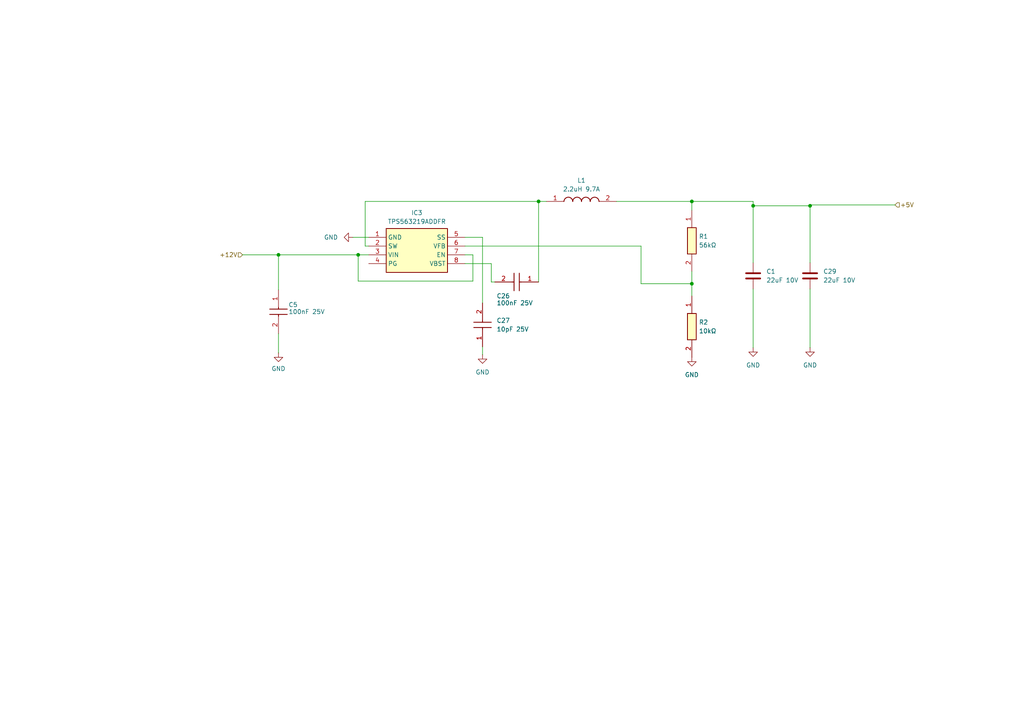
<source format=kicad_sch>
(kicad_sch (version 20231120) (generator "eeschema") (generator_version "8.0")
  (paper "A4")
  (lib_symbols
    (symbol "Device:C" (pin_numbers hide) (pin_names (offset 0.254))
      (property "Reference" "C" (at 0.635 2.54 0))
      (property "Value" "C" (at 0.635 -2.54 0))
      (symbol "C_0_1"
        (polyline (pts (xy -2.032 -0.762) (xy 2.032 -0.762)) (stroke (width 0.508)))
        (polyline (pts (xy -2.032 0.762) (xy 2.032 0.762)) (stroke (width 0.508)))
      )
      (symbol "C_1_1"
        (pin passive line (at 0 3.81 270) (length 2.794) (name "~") (number "1"))
        (pin passive line (at 0 -3.81 90) (length 2.794) (name "~") (number "2"))
      )
    )
    (symbol "SamacSys_Parts:ERJ-UP6D5101V" (pin_names hide)
      (property "Reference" "R" (at 13.97 6.35 0))
      (property "Value" "ERJ-UP6D5101V" (at 13.97 3.81 0))
      (symbol "ERJ-UP6D5101V_1_1"
        (rectangle (start 5.08 1.27) (end 12.7 -1.27) (stroke (width 0.254)) (fill (type background)))
        (pin passive line (at 0 0 0) (length 5.08) (name "1") (number "1"))
        (pin passive line (at 17.78 0 180) (length 5.08) (name "2") (number "2"))
      )
    )
    (symbol "SamacSys_Parts:GRM033R71E101KA01J" (pin_names hide)
      (property "Reference" "C" (at 8.89 6.35 0))
      (property "Value" "GRM033R71E101KA01J" (at 8.89 3.81 0))
      (symbol "GRM033R71E101KA01J_1_1"
        (polyline (pts (xy 5.08 0) (xy 5.588 0)) (stroke (width 0.254)))
        (polyline (pts (xy 5.588 2.54) (xy 5.588 -2.54)) (stroke (width 0.254)))
        (polyline (pts (xy 7.112 0) (xy 7.62 0)) (stroke (width 0.254)))
        (polyline (pts (xy 7.112 2.54) (xy 7.112 -2.54)) (stroke (width 0.254)))
        (pin passive line (at 0 0 0) (length 5.08) (name "1") (number "1"))
        (pin passive line (at 12.7 0 180) (length 5.08) (name "2") (number "2"))
      )
    )
    (symbol "SamacSys_Parts:SRP5030CA-2R2M" (pin_names hide)
      (property "Reference" "L" (at 16.51 6.35 0))
      (property "Value" "SRP5030CA-2R2M" (at 16.51 3.81 0))
      (symbol "SRP5030CA-2R2M_1_1"
        (arc (start 7.62 0) (mid 6.35 1.219) (end 5.08 0) (stroke (width 0.254)))
        (arc (start 10.16 0) (mid 8.89 1.219) (end 7.62 0) (stroke (width 0.254)))
        (arc (start 12.7 0) (mid 11.43 1.219) (end 10.16 0) (stroke (width 0.254)))
        (arc (start 15.24 0) (mid 13.97 1.219) (end 12.7 0) (stroke (width 0.254)))
        (pin passive line (at 0 0 0) (length 5.08) (name "1") (number "1"))
        (pin passive line (at 20.32 0 180) (length 5.08) (name "2") (number "2"))
      )
    )
    (symbol "SamacSys_Parts:TPS563219ADDFR"
      (property "Reference" "IC" (at 24.13 7.62 0))
      (property "Value" "TPS563219ADDFR" (at 24.13 5.08 0))
      (symbol "TPS563219ADDFR_1_1"
        (rectangle (start 5.08 2.54) (end 22.86 -10.16) (stroke (width 0.254)) (fill (type background)))
        (pin passive line (at 0 0 0) (length 5.08) (name "GND") (number "1"))
        (pin passive line (at 0 -2.54 0) (length 5.08) (name "SW") (number "2"))
        (pin passive line (at 0 -5.08 0) (length 5.08) (name "VIN") (number "3"))
        (pin passive line (at 0 -7.62 0) (length 5.08) (name "PG") (number "4"))
        (pin passive line (at 27.94 0 180) (length 5.08) (name "SS") (number "5"))
        (pin passive line (at 27.94 -2.54 180) (length 5.08) (name "VFB") (number "6"))
        (pin passive line (at 27.94 -5.08 180) (length 5.08) (name "EN") (number "7"))
        (pin passive line (at 27.94 -7.62 180) (length 5.08) (name "VBST") (number "8"))
      )
    )
    (symbol "power:GND" (power) (pin_numbers hide) (pin_names (offset 0) hide)
      (property "Value" "GND" (at 0 -3.81 0))
      (symbol "GND_0_1"
        (polyline (pts (xy 0 0) (xy 0 -1.27) (xy 1.27 -1.27) (xy 0 -2.54) (xy -1.27 -1.27) (xy 0 -1.27)))
      )
      (symbol "GND_1_1"
        (pin power_in line (at 0 0 270) (length 0) (name "~") (number "1"))
      )
    )
  )
  (junction (at 200.66 58.42))
  (junction (at 218.44 59.69))
  (junction (at 156.21 58.42))
  (junction (at 103.886 73.914))
  (junction (at 200.66 82.296))
  (junction (at 234.95 59.69))
  (junction (at 80.772 73.914))
  (wire (pts (xy 234.95 76.2) (xy 234.95 59.69)))
  (wire (pts (xy 80.772 73.914) (xy 103.886 73.914)))
  (wire (pts (xy 234.95 83.82) (xy 234.95 100.838)))
  (wire (pts (xy 137.16 73.914) (xy 137.16 81.534)))
  (wire (pts (xy 103.886 73.914) (xy 103.886 81.534)))
  (wire (pts (xy 70.358 73.914) (xy 80.772 73.914)))
  (wire (pts (xy 234.95 59.436) (xy 234.95 59.69)))
  (wire (pts (xy 218.44 83.82) (xy 218.44 100.838)))
  (wire (pts (xy 218.44 76.2) (xy 218.44 59.69)))
  (wire (pts (xy 102.362 68.834) (xy 106.934 68.834)))
  (wire (pts (xy 80.772 84.074) (xy 80.772 73.914)))
  (wire (pts (xy 185.928 82.296) (xy 200.66 82.296)))
  (wire (pts (xy 80.772 96.774) (xy 80.772 102.362)))
  (wire (pts (xy 178.816 58.42) (xy 200.66 58.42)))
  (wire (pts (xy 234.95 59.436) (xy 259.588 59.436)))
  (wire (pts (xy 185.928 71.374) (xy 185.928 82.296)))
  (wire (pts (xy 218.44 59.69) (xy 234.95 59.69)))
  (wire (pts (xy 200.66 58.42) (xy 218.44 58.42)))
  (wire (pts (xy 200.66 78.74) (xy 200.66 82.296)))
  (wire (pts (xy 200.66 82.296) (xy 200.66 85.852)))
  (wire (pts (xy 134.874 71.374) (xy 185.928 71.374)))
  (wire (pts (xy 137.16 81.534) (xy 103.886 81.534)))
  (wire (pts (xy 156.21 58.42) (xy 156.21 81.788)))
  (wire (pts (xy 200.66 58.42) (xy 200.66 60.96)))
  (wire (pts (xy 218.44 59.69) (xy 218.44 58.42)))
  (wire (pts (xy 142.494 76.454) (xy 134.874 76.454)))
  (wire (pts (xy 156.21 58.42) (xy 158.496 58.42)))
  (wire (pts (xy 142.494 81.788) (xy 143.51 81.788)))
  (wire (pts (xy 134.874 73.914) (xy 137.16 73.914)))
  (wire (pts (xy 105.918 58.42) (xy 105.918 71.374)))
  (wire (pts (xy 142.494 81.788) (xy 142.494 76.454)))
  (wire (pts (xy 103.886 73.914) (xy 106.934 73.914)))
  (wire (pts (xy 134.874 68.834) (xy 139.954 68.834)))
  (wire (pts (xy 139.954 100.584) (xy 139.954 102.87)))
  (wire (pts (xy 139.954 87.884) (xy 139.954 68.834)))
  (wire (pts (xy 105.918 71.374) (xy 106.934 71.374)))
  (wire (pts (xy 105.918 58.42) (xy 156.21 58.42)))
  (hierarchical_label "+12V" (shape input) (at 70.358 73.914 180))
  (hierarchical_label "+5V" (shape input) (at 259.588 59.436 0))
  (symbol (lib_id "SamacSys_Parts:SRP5030CA-2R2M") (at 158.496 58.42 0) (unit 1)
    (property "Reference" "L1" (at 168.656 52.324 0))
    (property "Value" "2.2uH 9.7A" (at 168.656 54.864 0))
    (property "Footprint" "SRP5030CA4R7M" (effects (hide yes)))
    (property "Datasheet" "https://www.bourns.com/docs/Product-Datasheets/SRP5030CA.pdf" (effects (hide yes)))
    (property "Description" "Fixed Inductors 2.2uH20% 9.7A" (effects (hide yes)))
    (property "Height" "3.1" (effects (hide yes)))
    (property "Mouser Part Number" "652-SRP5030CA-2R2M" (effects (hide yes)))
    (property "Mouser Price/Stock" "https://www.mouser.co.uk/ProductDetail/Bourns/SRP5030CA-2R2M?qs=MLItCLRbWsy6rFgTniE8hg%3D%3D" (effects (hide yes)))
    (property "Manufacturer_Name" "Bourns" (effects (hide yes)))
    (property "Manufacturer_Part_Number" "SRP5030CA-2R2M" (effects (hide yes)))
  )
  (symbol (lib_id "SamacSys_Parts:ERJ-UP6D5101V") (at 200.66 85.852 270) (unit 1)
    (property "Reference" "R2" (at 202.692 93.4719 90) (effects (justify left)))
    (property "Value" "10kΩ" (at 202.692 96.0119 90) (effects (justify left)))
    (property "Footprint" "Resistor_SMD:R_0805_2012Metric_Pad1.20x1.40mm_HandSolder" (effects (hide yes)))
    (property "Datasheet" "https://industrial.panasonic.com/cdbs/www-data/pdf/RDP0000/AOA0000C337.pdf" (effects (hide yes)))
    (property "Description" "Anti-Sulfurated Thick Film Chip Resistors/ Anti-Surge Type, Power Rating (W): 0.5, Chip Size (LxW(EIA)) (mm): 2.0 x 1.25 (EIA:0805), Resistance Values (?): 5100, Resistance Tolerance (%): 0.5, T.C.R (?102/K): ?100" (effects (hide yes)))
    (property "Height" "0.7" (effects (hide yes)))
    (property "Mouser Part Number" "667-ERJ-UP6D5101V" (effects (hide yes)))
    (property "Mouser Price/Stock" "https://www.mouser.co.uk/ProductDetail/Panasonic/ERJ-UP6D5101V?qs=ZcfC38r4Pouz7%2FLHthUDHQ%3D%3D" (effects (hide yes)))
    (property "Manufacturer_Name" "Panasonic" (effects (hide yes)))
    (property "Manufacturer_Part_Number" "ERJ-UP6D5101V" (effects (hide yes)))
  )
  (symbol (lib_id "power:GND") (at 234.95 100.838 0) (unit 1)
    (property "Reference" "#PWR04" (effects (hide yes)))
    (property "Value" "GND" (at 234.95 105.918 0))
    (property "Description" "Power symbol creates a global label with name \"GND\" , ground" (effects (hide yes)))
  )
  (symbol (lib_id "power:GND") (at 200.66 103.632 0) (unit 1)
    (property "Reference" "#PWR03" (effects (hide yes)))
    (property "Value" "GND" (at 200.66 108.712 0))
    (property "Description" "Power symbol creates a global label with name \"GND\" , ground" (effects (hide yes)))
  )
  (symbol (lib_id "power:GND") (at 102.362 68.834 270) (unit 1)
    (property "Reference" "#PWR01" (effects (hide yes)))
    (property "Value" "GND" (at 98.044 68.8339 90) (effects (justify right)))
    (property "Description" "Power symbol creates a global label with name \"GND\" , ground" (effects (hide yes)))
  )
  (symbol (lib_id "SamacSys_Parts:ERJ-UP6D5101V") (at 200.66 60.96 270) (unit 1)
    (property "Reference" "R1" (at 202.692 68.5799 90) (effects (justify left)))
    (property "Value" "56kΩ" (at 202.692 71.1199 90) (effects (justify left)))
    (property "Footprint" "Resistor_SMD:R_0805_2012Metric_Pad1.20x1.40mm_HandSolder" (effects (hide yes)))
    (property "Datasheet" "https://industrial.panasonic.com/cdbs/www-data/pdf/RDP0000/AOA0000C337.pdf" (effects (hide yes)))
    (property "Description" "Anti-Sulfurated Thick Film Chip Resistors/ Anti-Surge Type, Power Rating (W): 0.5, Chip Size (LxW(EIA)) (mm): 2.0 x 1.25 (EIA:0805), Resistance Values (?): 5100, Resistance Tolerance (%): 0.5, T.C.R (?102/K): ?100" (effects (hide yes)))
    (property "Height" "0.7" (effects (hide yes)))
    (property "Mouser Part Number" "667-ERJ-UP6D5101V" (effects (hide yes)))
    (property "Mouser Price/Stock" "https://www.mouser.co.uk/ProductDetail/Panasonic/ERJ-UP6D5101V?qs=ZcfC38r4Pouz7%2FLHthUDHQ%3D%3D" (effects (hide yes)))
    (property "Manufacturer_Name" "Panasonic" (effects (hide yes)))
    (property "Manufacturer_Part_Number" "ERJ-UP6D5101V" (effects (hide yes)))
  )
  (symbol (lib_id "power:GND") (at 139.954 102.87 0) (unit 1)
    (property "Reference" "#PWR02" (effects (hide yes)))
    (property "Value" "GND" (at 139.954 107.95 0))
    (property "Description" "Power symbol creates a global label with name \"GND\" , ground" (effects (hide yes)))
  )
  (symbol (lib_id "Device:C") (at 218.44 80.01 0) (unit 1)
    (property "Reference" "C1" (at 222.25 78.7399 0) (effects (justify left)))
    (property "Value" "22uF 10V" (at 222.25 81.2799 0) (effects (justify left)))
    (property "Footprint" "Capacitor_SMD:C_0805_2012Metric_Pad1.18x1.45mm_HandSolder" (effects (hide yes)))
    (property "Datasheet" "https://www.mouser.pl/datasheet/2/585/MLCC-1837944.pdf" (effects (hide yes)))
    (property "Description" "Unpolarized capacitor" (effects (hide yes)))
  )
  (symbol (lib_id "SamacSys_Parts:TPS563219ADDFR") (at 106.934 68.834 0) (unit 1)
    (property "Reference" "IC3" (at 120.904 61.722 0))
    (property "Value" "TPS563219ADDFR" (at 120.904 64.262 0))
    (property "Footprint" "SOT65P280X110-8N" (effects (hide yes)))
    (property "Datasheet" "http://www.ti.com/general/docs/lit/getliterature.tsp?genericPartNumber=TPS563219A&fileType=pdf" (effects (hide yes)))
    (property "Description" "17V Input, 3A Synchronous Step-Down Regulator in SOT-23 With Power-good and Soft-start" (effects (hide yes)))
    (property "Height" "1.1" (effects (hide yes)))
    (property "Mouser Part Number" "595-TPS563219ADDFR" (effects (hide yes)))
    (property "Mouser Price/Stock" "https://www.mouser.co.uk/ProductDetail/Texas-Instruments/TPS563219ADDFR?qs=0C8XhJW8e4oU15kv17z4tw%3D%3D" (effects (hide yes)))
    (property "Manufacturer_Name" "Texas Instruments" (effects (hide yes)))
    (property "Manufacturer_Part_Number" "TPS563219ADDFR" (effects (hide yes)))
  )
  (symbol (lib_id "power:GND") (at 80.772 102.362 0) (unit 1)
    (property "Reference" "#PWR017" (effects (hide yes)))
    (property "Value" "GND" (at 80.772 106.934 0))
    (property "Description" "Power symbol creates a global label with name \"GND\" , ground" (effects (hide yes)))
  )
  (symbol (lib_id "SamacSys_Parts:GRM033R71E101KA01J") (at 156.21 81.788 180) (unit 1)
    (property "Reference" "C26" (at 144.018 85.852 0) (effects (justify right)))
    (property "Value" "100nF 25V" (at 144.018 87.884 0) (effects (justify right)))
    (property "Footprint" "Capacitor_SMD:C_0805_2012Metric_Pad1.18x1.45mm_HandSolder" (effects (hide yes)))
    (property "Datasheet" "https://search.murata.co.jp/Ceramy/image/img/A01X/G101/ENG/GRM033R71E101KA01-01A.pdf" (effects (hide yes)))
    (property "Description" "Multilayer Ceramic Capacitors MLCC - SMD/SMT 100pF 25 volts 10%" (effects (hide yes)))
    (property "Height" "0.5" (effects (hide yes)))
    (property "Mouser Part Number" "81-GRM033R71E101KA1J" (effects (hide yes)))
    (property "Mouser Price/Stock" "https://www.mouser.co.uk/ProductDetail/Murata-Electronics/GRM033R71E101KA01J?qs=563MOeNa05Lmru4oTW10Jw%3D%3D" (effects (hide yes)))
    (property "Manufacturer_Name" "Murata Electronics" (effects (hide yes)))
    (property "Manufacturer_Part_Number" "GRM033R71E101KA01J" (effects (hide yes)))
  )
  (symbol (lib_id "Device:C") (at 234.95 80.01 0) (unit 1)
    (property "Reference" "C29" (at 238.76 78.7399 0) (effects (justify left)))
    (property "Value" "22uF 10V" (at 238.76 81.2799 0) (effects (justify left)))
    (property "Footprint" "Capacitor_SMD:C_0805_2012Metric_Pad1.18x1.45mm_HandSolder" (effects (hide yes)))
    (property "Datasheet" "https://www.mouser.pl/datasheet/2/585/MLCC-1837944.pdf" (effects (hide yes)))
    (property "Description" "Unpolarized capacitor" (effects (hide yes)))
  )
  (symbol (lib_id "SamacSys_Parts:GRM033R71E101KA01J") (at 139.954 100.584 90) (unit 1)
    (property "Reference" "C27" (at 144.018 92.9639 90) (effects (justify right)))
    (property "Value" "10pF 25V" (at 144.018 95.5039 90) (effects (justify right)))
    (property "Footprint" "Capacitor_SMD:C_0805_2012Metric_Pad1.18x1.45mm_HandSolder" (effects (hide yes)))
    (property "Datasheet" "https://search.murata.co.jp/Ceramy/image/img/A01X/G101/ENG/GRM033R71E101KA01-01A.pdf" (effects (hide yes)))
    (property "Description" "Multilayer Ceramic Capacitors MLCC - SMD/SMT 100pF 25 volts 10%" (effects (hide yes)))
    (property "Height" "0.5" (effects (hide yes)))
    (property "Mouser Part Number" "81-GRM033R71E101KA1J" (effects (hide yes)))
    (property "Mouser Price/Stock" "https://www.mouser.co.uk/ProductDetail/Murata-Electronics/GRM033R71E101KA01J?qs=563MOeNa05Lmru4oTW10Jw%3D%3D" (effects (hide yes)))
    (property "Manufacturer_Name" "Murata Electronics" (effects (hide yes)))
    (property "Manufacturer_Part_Number" "GRM033R71E101KA01J" (effects (hide yes)))
  )
  (symbol (lib_id "SamacSys_Parts:GRM033R71E101KA01J") (at 80.772 84.074 270) (unit 1)
    (property "Reference" "C5" (at 86.36 88.392 90) (effects (justify right)))
    (property "Value" "100nF 25V" (at 94.234 90.424 90) (effects (justify right)))
    (property "Footprint" "Capacitor_SMD:C_0805_2012Metric_Pad1.18x1.45mm_HandSolder" (effects (hide yes)))
    (property "Datasheet" "https://search.murata.co.jp/Ceramy/image/img/A01X/G101/ENG/GRM033R71E101KA01-01A.pdf" (effects (hide yes)))
    (property "Description" "Multilayer Ceramic Capacitors MLCC - SMD/SMT 100pF 25 volts 10%" (effects (hide yes)))
    (property "Height" "0.5" (effects (hide yes)))
    (property "Mouser Part Number" "81-GRM033R71E101KA1J" (effects (hide yes)))
    (property "Mouser Price/Stock" "https://www.mouser.co.uk/ProductDetail/Murata-Electronics/GRM033R71E101KA01J?qs=563MOeNa05Lmru4oTW10Jw%3D%3D" (effects (hide yes)))
    (property "Manufacturer_Name" "Murata Electronics" (effects (hide yes)))
    (property "Manufacturer_Part_Number" "GRM033R71E101KA01J" (effects (hide yes)))
  )
  (symbol (lib_id "power:GND") (at 218.44 100.838 0) (unit 1)
    (property "Reference" "#PWR068" (effects (hide yes)))
    (property "Value" "GND" (at 218.44 105.918 0))
    (property "Description" "Power symbol creates a global label with name \"GND\" , ground" (effects (hide yes)))
  )
)
</source>
